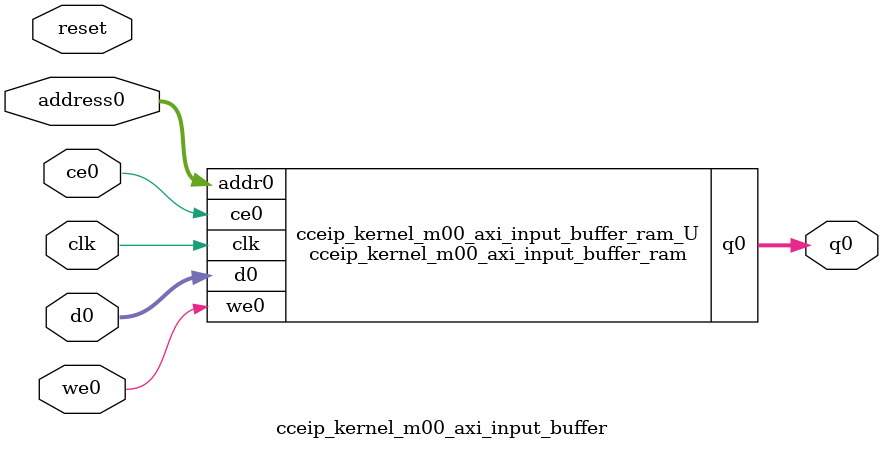
<source format=v>
`timescale 1 ns / 1 ps
module cceip_kernel_m00_axi_input_buffer_ram (addr0, ce0, d0, we0, q0,  clk);

parameter DWIDTH = 32;
parameter AWIDTH = 13;
parameter MEM_SIZE = 8192;

input[AWIDTH-1:0] addr0;
input ce0;
input[DWIDTH-1:0] d0;
input we0;
output reg[DWIDTH-1:0] q0;
input clk;

(* ram_style = "block" *)reg [DWIDTH-1:0] ram[0:MEM_SIZE-1];




always @(posedge clk)  
begin 
    if (ce0) begin
        if (we0) 
            ram[addr0] <= d0; 
        q0 <= ram[addr0];
    end
end


endmodule

`timescale 1 ns / 1 ps
module cceip_kernel_m00_axi_input_buffer(
    reset,
    clk,
    address0,
    ce0,
    we0,
    d0,
    q0);

parameter DataWidth = 32'd32;
parameter AddressRange = 32'd8192;
parameter AddressWidth = 32'd13;
input reset;
input clk;
input[AddressWidth - 1:0] address0;
input ce0;
input we0;
input[DataWidth - 1:0] d0;
output[DataWidth - 1:0] q0;



cceip_kernel_m00_axi_input_buffer_ram cceip_kernel_m00_axi_input_buffer_ram_U(
    .clk( clk ),
    .addr0( address0 ),
    .ce0( ce0 ),
    .we0( we0 ),
    .d0( d0 ),
    .q0( q0 ));

endmodule


</source>
